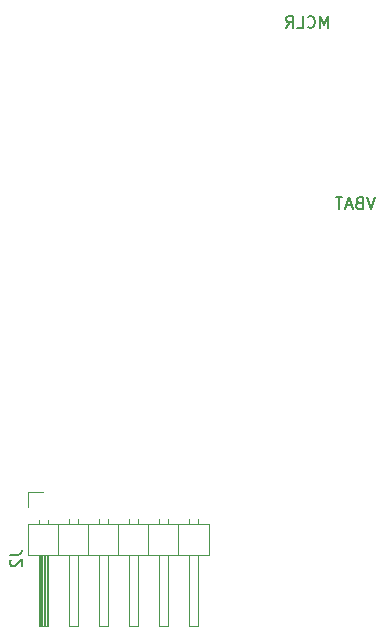
<source format=gbo>
%TF.GenerationSoftware,KiCad,Pcbnew,(5.1.10)-1*%
%TF.CreationDate,2022-06-29T16:45:49+02:00*%
%TF.ProjectId,Stop_BBM_3PIC,53746f70-5f42-4424-9d5f-335049432e6b,FOR 1.1*%
%TF.SameCoordinates,Original*%
%TF.FileFunction,Legend,Bot*%
%TF.FilePolarity,Positive*%
%FSLAX46Y46*%
G04 Gerber Fmt 4.6, Leading zero omitted, Abs format (unit mm)*
G04 Created by KiCad (PCBNEW (5.1.10)-1) date 2022-06-29 16:45:49*
%MOMM*%
%LPD*%
G01*
G04 APERTURE LIST*
%ADD10C,0.150000*%
%ADD11C,0.120000*%
G04 APERTURE END LIST*
D10*
X123692857Y-133272380D02*
X123359523Y-134272380D01*
X123026190Y-133272380D01*
X122359523Y-133748571D02*
X122216666Y-133796190D01*
X122169047Y-133843809D01*
X122121428Y-133939047D01*
X122121428Y-134081904D01*
X122169047Y-134177142D01*
X122216666Y-134224761D01*
X122311904Y-134272380D01*
X122692857Y-134272380D01*
X122692857Y-133272380D01*
X122359523Y-133272380D01*
X122264285Y-133320000D01*
X122216666Y-133367619D01*
X122169047Y-133462857D01*
X122169047Y-133558095D01*
X122216666Y-133653333D01*
X122264285Y-133700952D01*
X122359523Y-133748571D01*
X122692857Y-133748571D01*
X121740476Y-133986666D02*
X121264285Y-133986666D01*
X121835714Y-134272380D02*
X121502380Y-133272380D01*
X121169047Y-134272380D01*
X120978571Y-133272380D02*
X120407142Y-133272380D01*
X120692857Y-134272380D02*
X120692857Y-133272380D01*
X119738095Y-118952380D02*
X119738095Y-117952380D01*
X119404761Y-118666666D01*
X119071428Y-117952380D01*
X119071428Y-118952380D01*
X118023809Y-118857142D02*
X118071428Y-118904761D01*
X118214285Y-118952380D01*
X118309523Y-118952380D01*
X118452380Y-118904761D01*
X118547619Y-118809523D01*
X118595238Y-118714285D01*
X118642857Y-118523809D01*
X118642857Y-118380952D01*
X118595238Y-118190476D01*
X118547619Y-118095238D01*
X118452380Y-118000000D01*
X118309523Y-117952380D01*
X118214285Y-117952380D01*
X118071428Y-118000000D01*
X118023809Y-118047619D01*
X117119047Y-118952380D02*
X117595238Y-118952380D01*
X117595238Y-117952380D01*
X116214285Y-118952380D02*
X116547619Y-118476190D01*
X116785714Y-118952380D02*
X116785714Y-117952380D01*
X116404761Y-117952380D01*
X116309523Y-118000000D01*
X116261904Y-118047619D01*
X116214285Y-118142857D01*
X116214285Y-118285714D01*
X116261904Y-118380952D01*
X116309523Y-118428571D01*
X116404761Y-118476190D01*
X116785714Y-118476190D01*
D11*
%TO.C,J2*%
X94320000Y-160930000D02*
X109680000Y-160930000D01*
X109680000Y-160930000D02*
X109680000Y-163590000D01*
X109680000Y-163590000D02*
X94320000Y-163590000D01*
X94320000Y-163590000D02*
X94320000Y-160930000D01*
X95270000Y-163590000D02*
X95270000Y-169590000D01*
X95270000Y-169590000D02*
X96030000Y-169590000D01*
X96030000Y-169590000D02*
X96030000Y-163590000D01*
X95330000Y-163590000D02*
X95330000Y-169590000D01*
X95450000Y-163590000D02*
X95450000Y-169590000D01*
X95570000Y-163590000D02*
X95570000Y-169590000D01*
X95690000Y-163590000D02*
X95690000Y-169590000D01*
X95810000Y-163590000D02*
X95810000Y-169590000D01*
X95930000Y-163590000D02*
X95930000Y-169590000D01*
X95270000Y-160600000D02*
X95270000Y-160930000D01*
X96030000Y-160600000D02*
X96030000Y-160930000D01*
X96920000Y-160930000D02*
X96920000Y-163590000D01*
X97810000Y-163590000D02*
X97810000Y-169590000D01*
X97810000Y-169590000D02*
X98570000Y-169590000D01*
X98570000Y-169590000D02*
X98570000Y-163590000D01*
X97810000Y-160532929D02*
X97810000Y-160930000D01*
X98570000Y-160532929D02*
X98570000Y-160930000D01*
X99460000Y-160930000D02*
X99460000Y-163590000D01*
X100350000Y-163590000D02*
X100350000Y-169590000D01*
X100350000Y-169590000D02*
X101110000Y-169590000D01*
X101110000Y-169590000D02*
X101110000Y-163590000D01*
X100350000Y-160532929D02*
X100350000Y-160930000D01*
X101110000Y-160532929D02*
X101110000Y-160930000D01*
X102000000Y-160930000D02*
X102000000Y-163590000D01*
X102890000Y-163590000D02*
X102890000Y-169590000D01*
X102890000Y-169590000D02*
X103650000Y-169590000D01*
X103650000Y-169590000D02*
X103650000Y-163590000D01*
X102890000Y-160532929D02*
X102890000Y-160930000D01*
X103650000Y-160532929D02*
X103650000Y-160930000D01*
X104540000Y-160930000D02*
X104540000Y-163590000D01*
X105430000Y-163590000D02*
X105430000Y-169590000D01*
X105430000Y-169590000D02*
X106190000Y-169590000D01*
X106190000Y-169590000D02*
X106190000Y-163590000D01*
X105430000Y-160532929D02*
X105430000Y-160930000D01*
X106190000Y-160532929D02*
X106190000Y-160930000D01*
X107080000Y-160930000D02*
X107080000Y-163590000D01*
X107970000Y-163590000D02*
X107970000Y-169590000D01*
X107970000Y-169590000D02*
X108730000Y-169590000D01*
X108730000Y-169590000D02*
X108730000Y-163590000D01*
X107970000Y-160532929D02*
X107970000Y-160930000D01*
X108730000Y-160532929D02*
X108730000Y-160930000D01*
X95650000Y-158220000D02*
X94380000Y-158220000D01*
X94380000Y-158220000D02*
X94380000Y-159490000D01*
D10*
X92832380Y-163541666D02*
X93546666Y-163541666D01*
X93689523Y-163494047D01*
X93784761Y-163398809D01*
X93832380Y-163255952D01*
X93832380Y-163160714D01*
X92927619Y-163970238D02*
X92880000Y-164017857D01*
X92832380Y-164113095D01*
X92832380Y-164351190D01*
X92880000Y-164446428D01*
X92927619Y-164494047D01*
X93022857Y-164541666D01*
X93118095Y-164541666D01*
X93260952Y-164494047D01*
X93832380Y-163922619D01*
X93832380Y-164541666D01*
%TD*%
M02*

</source>
